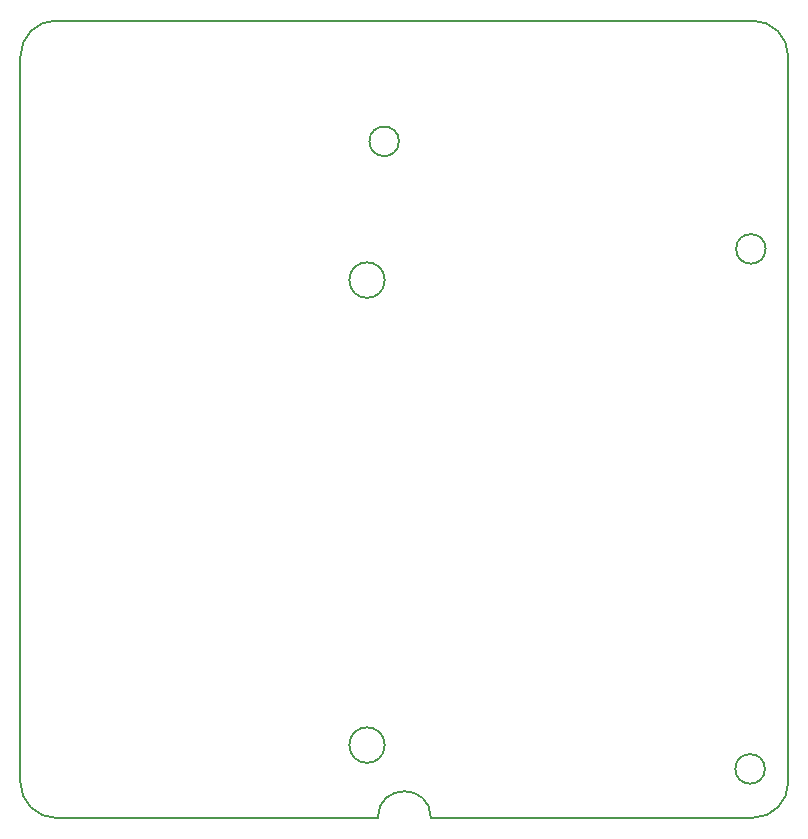
<source format=gbr>
G04 #@! TF.GenerationSoftware,KiCad,Pcbnew,(5.0.0)*
G04 #@! TF.CreationDate,2018-10-03T16:43:44-04:00*
G04 #@! TF.ProjectId,gb_walkie,67625F77616C6B69652E6B696361645F,0.1a*
G04 #@! TF.SameCoordinates,Original*
G04 #@! TF.FileFunction,Profile,NP*
%FSLAX46Y46*%
G04 Gerber Fmt 4.6, Leading zero omitted, Abs format (unit mm)*
G04 Created by KiCad (PCBNEW (5.0.0)) date 10/03/18 16:43:44*
%MOMM*%
%LPD*%
G01*
G04 APERTURE LIST*
%ADD10C,0.200000*%
G04 APERTURE END LIST*
D10*
X99990000Y-35490003D02*
X99990000Y-96990003D01*
X132031641Y-42714261D02*
G75*
G03X132031641Y-42714261I-1250000J0D01*
G01*
X102990000Y-99990003D02*
G75*
G02X99990000Y-96990003I0J3000000D01*
G01*
X161990000Y-32490003D02*
G75*
G02X164990000Y-35490003I0J-3000000D01*
G01*
X130240000Y-99990003D02*
G75*
G02X134740000Y-99990003I2250000J0D01*
G01*
X161990000Y-32490003D02*
X102990000Y-32490003D01*
X99990000Y-35490003D02*
G75*
G02X102990000Y-32490003I3000000J0D01*
G01*
X163079493Y-51819265D02*
G75*
G03X163079493Y-51819265I-1250000J0D01*
G01*
X164990000Y-96990003D02*
G75*
G02X161990000Y-99990003I-3000000J0D01*
G01*
X164990000Y-96990003D02*
X164990000Y-35490003D01*
X102990000Y-99990003D02*
X130240000Y-99990003D01*
X134740000Y-99990003D02*
X161990000Y-99990003D01*
X130833399Y-54461812D02*
G75*
G03X130833399Y-54461812I-1500000J0D01*
G01*
X130833399Y-93831815D02*
G75*
G03X130833399Y-93831815I-1500000J0D01*
G01*
X163017542Y-95844419D02*
G75*
G03X163017542Y-95844419I-1250000J0D01*
G01*
M02*

</source>
